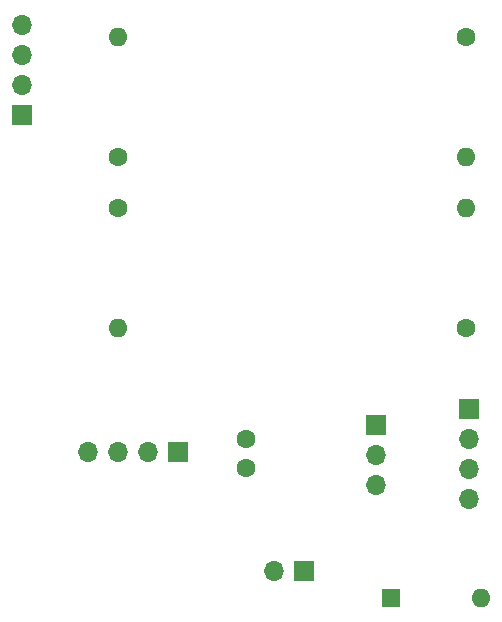
<source format=gbr>
%TF.GenerationSoftware,KiCad,Pcbnew,(5.1.10)-1*%
%TF.CreationDate,2021-08-16T10:46:03+02:00*%
%TF.ProjectId,feinstaub,6665696e-7374-4617-9562-2e6b69636164,rev?*%
%TF.SameCoordinates,Original*%
%TF.FileFunction,Soldermask,Bot*%
%TF.FilePolarity,Negative*%
%FSLAX46Y46*%
G04 Gerber Fmt 4.6, Leading zero omitted, Abs format (unit mm)*
G04 Created by KiCad (PCBNEW (5.1.10)-1) date 2021-08-16 10:46:03*
%MOMM*%
%LPD*%
G01*
G04 APERTURE LIST*
%ADD10C,1.600000*%
%ADD11O,1.700000X1.700000*%
%ADD12R,1.700000X1.700000*%
%ADD13O,1.600000X1.600000*%
%ADD14R,1.600000X1.600000*%
G04 APERTURE END LIST*
D10*
%TO.C,C1*%
X140081000Y-104354000D03*
X140081000Y-101854000D03*
%TD*%
D11*
%TO.C,J2*%
X159004000Y-106934000D03*
X159004000Y-104394000D03*
X159004000Y-101854000D03*
D12*
X159004000Y-99314000D03*
%TD*%
D11*
%TO.C,U2*%
X126736000Y-102950000D03*
X129276000Y-102950000D03*
X131816000Y-102950000D03*
D12*
X134356000Y-102950000D03*
%TD*%
D11*
%TO.C,J1*%
X121158000Y-66802000D03*
X121158000Y-69342000D03*
X121158000Y-71882000D03*
D12*
X121158000Y-74422000D03*
%TD*%
D11*
%TO.C,U3*%
X151130000Y-105791000D03*
X151130000Y-103251000D03*
D12*
X151130000Y-100711000D03*
%TD*%
D13*
%TO.C,SW1*%
X160020000Y-115316000D03*
D14*
X152400000Y-115316000D03*
%TD*%
D13*
%TO.C,R4*%
X129286000Y-92456000D03*
D10*
X129286000Y-82296000D03*
%TD*%
D13*
%TO.C,R3*%
X129286000Y-67818000D03*
D10*
X129286000Y-77978000D03*
%TD*%
D13*
%TO.C,R2*%
X158750000Y-82296000D03*
D10*
X158750000Y-92456000D03*
%TD*%
D13*
%TO.C,R1*%
X158750000Y-77978000D03*
D10*
X158750000Y-67818000D03*
%TD*%
D11*
%TO.C,J3*%
X142494000Y-113030000D03*
D12*
X145034000Y-113030000D03*
%TD*%
M02*

</source>
